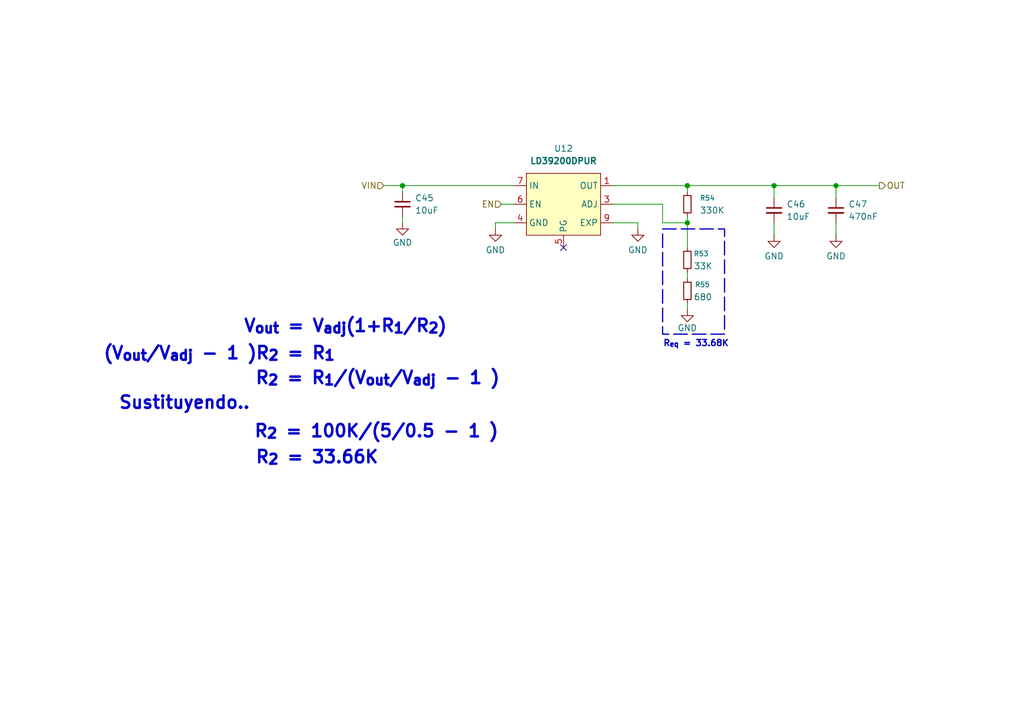
<source format=kicad_sch>
(kicad_sch (version 20250114) (generator "eeschema") (generator_version "9.0")
  (paper "A5")
  (lib_symbols
    (symbol "CompVuelo:LD39200DPUR"
      (property "Reference" "U" (at -6.096 9.906 0))
      (property "Value" "LD39200DPUR" (at 0 7.874 0))
      (symbol "LD39200DPUR_1_1"
        (rectangle (start -7.62 6.35) (end 7.62 -6.35) (fill (type background)))
        (pin input line (at -10.16 3.81 0) (length 2.54) (name "IN") (number "7"))
        (pin input line (at -10.16 0 0) (length 2.54) (name "EN") (number "6"))
        (pin input line (at -10.16 -3.81 0) (length 2.54) (name "GND") (number "4"))
        (pin input line (at 0 -8.89 90) (length 2.54) (name "PG") (number "5"))
        (pin output line (at 10.16 3.81 180) (length 2.54) (name "OUT") (number "1"))
        (pin input line (at 10.16 0 180) (length 2.54) (name "ADJ") (number "3"))
        (pin input line (at 10.16 -3.81 180) (length 2.54) (name "EXP") (number "9"))
      )
    )
    (symbol "Device:C_Small" (pin_numbers (hide yes)) (pin_names (offset 0.254) (hide yes))
      (property "Reference" "C" (at 0.254 1.778 0))
      (property "Value" "C_Small" (at 0.254 -2.032 0))
      (symbol "C_Small_0_1"
        (polyline (pts (xy -1.524 0.508) (xy 1.524 0.508)) (stroke (width 0.3048)))
        (polyline (pts (xy -1.524 -0.508) (xy 1.524 -0.508)) (stroke (width 0.3302)))
      )
      (symbol "C_Small_1_1"
        (pin passive line (at 0 2.54 270) (length 2.032) (name "~") (number "1"))
        (pin passive line (at 0 -2.54 90) (length 2.032) (name "~") (number "2"))
      )
    )
    (symbol "Device:R_Small" (pin_numbers (hide yes)) (pin_names (offset 0.254) (hide yes))
      (property "Reference" "R" (at 0 0 90))
      (property "Value" "R_Small" (at 1.778 0 90))
      (symbol "R_Small_0_1"
        (rectangle (start -0.762 1.778) (end 0.762 -1.778) (stroke (width 0.2032)))
      )
      (symbol "R_Small_1_1"
        (pin passive line (at 0 2.54 270) (length 0.762) (name "~") (number "1"))
        (pin passive line (at 0 -2.54 90) (length 0.762) (name "~") (number "2"))
      )
    )
    (symbol "power:GND" (power) (pin_numbers (hide yes)) (pin_names (offset 0) (hide yes))
      (property "Value" "GND" (at 0 -3.81 0))
      (symbol "GND_0_1"
        (polyline (pts (xy 0 0) (xy 0 -1.27) (xy 1.27 -1.27) (xy 0 -2.54) (xy -1.27 -1.27) (xy 0 -1.27)))
      )
      (symbol "GND_1_1"
        (pin power_in line (at 0 0 270) (length 0) (name "~") (number "1"))
      )
    )
  )
  (rectangle (start 135.89 46.99) (end 148.59 68.58) (stroke (width 0.254) (type dash)))
  (text "R_{2} = 100K/(5/0.5 - 1 )" (at 77.216 88.646 0) (effects (font (size 2.54 2.54) (thickness 0.508) (bold yes))))
  (text "(V_{out}/V_{adj} - 1 )R_{2} = R_{1}" (at 44.958 72.644 0) (effects (font (size 2.54 2.54) (thickness 0.508) (bold yes))))
  (text "R_{2} = 33.66K" (at 65.024 93.98 0) (effects (font (size 2.54 2.54) (thickness 0.508) (bold yes))))
  (text "V_{out} = V_{adj}(1+R_{1}/R_{2})" (at 70.866 67.056 0) (effects (font (size 2.54 2.54) (thickness 0.508) (bold yes))))
  (text "Sustituyendo..\n\n" (at 37.846 84.836 0) (effects (font (size 2.54 2.54) (thickness 0.508) (bold yes))))
  (text "R_{eq} = 33.68K" (at 142.748 70.612 0) (effects (font (size 1.27 1.27) (thickness 0.254) (bold yes))))
  (text "R_{2} = R_{1}/(V_{out}/V_{adj} - 1 )" (at 77.47 77.724 0) (effects (font (size 2.54 2.54) (thickness 0.508) (bold yes))))
  (junction (at 140.97 38.1))
  (junction (at 82.55 38.1))
  (junction (at 140.97 45.72))
  (junction (at 171.45 38.1))
  (junction (at 158.75 38.1))
  (no_connect (at 115.57 50.8))
  (wire (pts (xy 102.87 41.91) (xy 105.41 41.91)))
  (wire (pts (xy 171.45 40.64) (xy 171.45 38.1)))
  (wire (pts (xy 158.75 38.1) (xy 171.45 38.1)))
  (wire (pts (xy 135.89 41.91) (xy 135.89 45.72)))
  (wire (pts (xy 140.97 62.23) (xy 140.97 63.5)))
  (wire (pts (xy 130.81 45.72) (xy 125.73 45.72)))
  (wire (pts (xy 130.81 46.99) (xy 130.81 45.72)))
  (wire (pts (xy 125.73 38.1) (xy 140.97 38.1)))
  (wire (pts (xy 135.89 45.72) (xy 140.97 45.72)))
  (wire (pts (xy 101.6 45.72) (xy 101.6 46.99)))
  (wire (pts (xy 125.73 41.91) (xy 135.89 41.91)))
  (wire (pts (xy 82.55 44.45) (xy 82.55 45.72)))
  (wire (pts (xy 101.6 45.72) (xy 105.41 45.72)))
  (wire (pts (xy 171.45 38.1) (xy 180.34 38.1)))
  (wire (pts (xy 82.55 39.37) (xy 82.55 38.1)))
  (wire (pts (xy 82.55 38.1) (xy 78.74 38.1)))
  (wire (pts (xy 171.45 48.26) (xy 171.45 45.72)))
  (wire (pts (xy 140.97 39.37) (xy 140.97 38.1)))
  (wire (pts (xy 140.97 55.88) (xy 140.97 57.15)))
  (wire (pts (xy 158.75 48.26) (xy 158.75 45.72)))
  (wire (pts (xy 158.75 40.64) (xy 158.75 38.1)))
  (wire (pts (xy 140.97 38.1) (xy 158.75 38.1)))
  (wire (pts (xy 82.55 38.1) (xy 105.41 38.1)))
  (wire (pts (xy 140.97 45.72) (xy 140.97 50.8)))
  (wire (pts (xy 140.97 44.45) (xy 140.97 45.72)))
  (hierarchical_label "EN" (shape input) (at 102.87 41.91 180))
  (hierarchical_label "VIN" (shape input) (at 78.74 38.1 180))
  (hierarchical_label "OUT" (shape output) (at 180.34 38.1 0))
  (symbol (lib_id "power:GND") (at 140.97 63.5 0) (unit 1)
    (property "Reference" "#PWR098" (effects (hide yes)))
    (property "Value" "GND" (at 140.97 67.31 0))
    (property "Description" "Power symbol creates a global label with name \"GND\" , ground" (effects (hide yes)))
  )
  (symbol (lib_id "Device:C_Small") (at 158.75 43.18 0) (unit 1)
    (property "Reference" "C46" (at 161.29 41.9162 0) (effects (justify left)))
    (property "Value" "10uF" (at 161.29 44.4562 0) (effects (justify left)))
    (property "Description" "Unpolarized capacitor, small symbol" (effects (hide yes)))
  )
  (symbol (lib_id "Device:R_Small") (at 140.97 53.34 0) (unit 1)
    (property "Reference" "R53" (at 142.24 52.07 0) (effects (font (size 1.016 1.016)) (justify left)))
    (property "Value" "33K" (at 142.24 54.61 0) (effects (justify left)))
    (property "Description" "Resistor, small symbol" (effects (hide yes)))
  )
  (symbol (lib_id "Device:R_Small") (at 140.97 59.69 0) (unit 1)
    (property "Reference" "R55" (at 142.494 58.42 0) (effects (font (size 1.016 1.016)) (justify left)))
    (property "Value" "680" (at 142.24 60.96 0) (effects (justify left)))
    (property "Description" "Resistor, small symbol" (effects (hide yes)))
  )
  (symbol (lib_id "power:GND") (at 158.75 48.26 0) (unit 1)
    (property "Reference" "#PWR099" (effects (hide yes)))
    (property "Value" "GND" (at 158.75 52.578 0))
    (property "Description" "Power symbol creates a global label with name \"GND\" , ground" (effects (hide yes)))
  )
  (symbol (lib_id "Device:C_Small") (at 171.45 43.18 0) (unit 1)
    (property "Reference" "C47" (at 173.99 41.9162 0) (effects (justify left)))
    (property "Value" "470nF" (at 173.99 44.4562 0) (effects (justify left)))
    (property "Description" "Unpolarized capacitor, small symbol" (effects (hide yes)))
  )
  (symbol (lib_id "CompVuelo:LD39200DPUR") (at 115.57 41.91 0) (unit 1)
    (property "Reference" "U12" (at 115.57 30.48 0))
    (property "Value" "LD39200DPUR" (at 115.57 33.02 0) (effects (font (thickness 0.254) (bold yes))))
    (property "Footprint" "CompVuelo:LD39200DPUR" (effects (hide yes)))
    (property "Datasheet" "https://www.lcsc.com/datasheet/C880590.pdf" (effects (hide yes)))
    (property "Description" "2 A high PSRR ultra low drop linear regulator with reverse current protection" (effects (hide yes)))
  )
  (symbol (lib_id "power:GND") (at 130.81 46.99 0) (unit 1)
    (property "Reference" "#PWR097" (effects (hide yes)))
    (property "Value" "GND" (at 130.81 51.308 0))
    (property "Description" "Power symbol creates a global label with name \"GND\" , ground" (effects (hide yes)))
  )
  (symbol (lib_id "power:GND") (at 82.55 45.72 0) (unit 1)
    (property "Reference" "#PWR095" (effects (hide yes)))
    (property "Value" "GND" (at 82.55 49.784 0))
    (property "Description" "Power symbol creates a global label with name \"GND\" , ground" (effects (hide yes)))
  )
  (symbol (lib_id "Device:C_Small") (at 82.55 41.91 0) (unit 1)
    (property "Reference" "C45" (at 85.09 40.6462 0) (effects (justify left)))
    (property "Value" "10uF" (at 85.09 43.1862 0) (effects (justify left)))
    (property "Description" "Unpolarized capacitor, small symbol" (effects (hide yes)))
  )
  (symbol (lib_id "power:GND") (at 101.6 46.99 0) (unit 1)
    (property "Reference" "#PWR096" (effects (hide yes)))
    (property "Value" "GND" (at 101.6 51.308 0))
    (property "Description" "Power symbol creates a global label with name \"GND\" , ground" (effects (hide yes)))
  )
  (symbol (lib_id "power:GND") (at 171.45 48.26 0) (unit 1)
    (property "Reference" "#PWR0100" (effects (hide yes)))
    (property "Value" "GND" (at 171.45 52.578 0))
    (property "Description" "Power symbol creates a global label with name \"GND\" , ground" (effects (hide yes)))
  )
  (symbol (lib_id "Device:R_Small") (at 140.97 41.91 0) (unit 1)
    (property "Reference" "R54" (at 143.51 40.6399 0) (effects (font (size 1.016 1.016)) (justify left)))
    (property "Value" "330K" (at 143.51 43.1799 0) (effects (justify left)))
    (property "Description" "Resistor, small symbol" (effects (hide yes)))
  )
)
</source>
